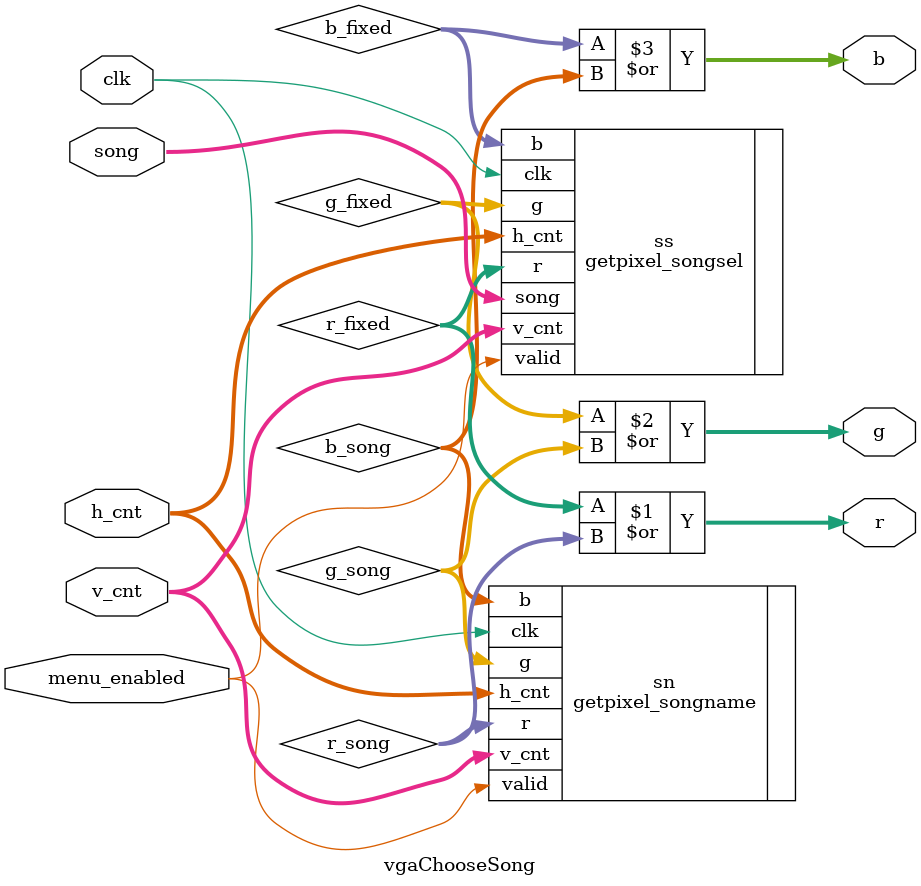
<source format=v>
`timescale 1ns / 1ps

module vgaChooseSong(
    input clk,
    input menu_enabled,
    input [1:0] song,
    input [9:0] h_cnt, v_cnt,
    output [3:0] r, g, b
    );
    
    wire [3:0] r_song, g_song, b_song;
    wire [3:0] r_fixed, g_fixed, b_fixed;

    getpixel_songsel ss(
        .clk                (clk), 
        .valid              (menu_enabled), 
        .song               (song), 
        .h_cnt              (h_cnt), 
        .v_cnt              (v_cnt), 
        .r                  (r_fixed), 
        .g                  (g_fixed), 
        .b                  (b_fixed)
        );

    getpixel_songname sn(
        .clk                (clk), 
        .valid              (menu_enabled), 
        .h_cnt              (h_cnt), 
        .v_cnt              (v_cnt), 
        .r                  (r_song), 
        .g                  (g_song), 
        .b                  (b_song)
        );
    
    assign r = r_fixed|r_song;
    assign g = g_fixed|g_song;
    assign b = b_fixed|b_song;
    
endmodule

</source>
